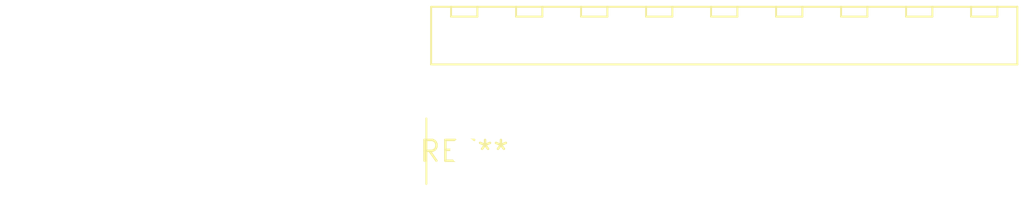
<source format=kicad_pcb>
(kicad_pcb (version 20240108) (generator pcbnew)
  (layers (0 "F.Cu" signal) (31 "B.Cu" signal) (34 "B.Paste" user) (35 "F.Paste" user) (36 "B.SilkS" user "B.Silkscreen") (37 "F.SilkS" user "F.Silkscreen") (38 "B.Mask" user) (39 "F.Mask" user) (44 "Edge.Cuts" user))
  (net 0 "")
  (footprint "Molex_KK-396_A-41792-0009_1x09_P3.96mm_Horizontal" (layer "F.Cu") (at 0 0)
    (property "Reference" "REF**")
    (property "Value" "Molex_KK-396_A-41792-0009_1x09_P3.96mm_Horizontal")
    (fp_line (start -2.305 -2) (end -2.305 2) (layer "F.SilkS") (stroke (width 0.12)))
    (fp_line (start -2.015 -8.82) (end 33.695 -8.82) (layer "F.SilkS") (stroke (width 0.12)))
    (fp_line (start -2.015 -5.3) (end -2.015 -8.82) (layer "F.SilkS") (stroke (width 0.12)))
    (fp_line (start -0.8 -8.82) (end -0.8 -8.22) (layer "F.SilkS") (stroke (width 0.12)))
    (fp_line (start -0.8 -8.22) (end 0.8 -8.22) (layer "F.SilkS") (stroke (width 0.12)))
    (fp_line (start 0.8 -8.22) (end 0.8 -8.82) (layer "F.SilkS") (stroke (width 0.12)))
    (fp_line (start 3.16 -8.82) (end 3.16 -8.22) (layer "F.SilkS") (stroke (width 0.12)))
    (fp_line (start 3.16 -8.22) (end 4.76 -8.22) (layer "F.SilkS") (stroke (width 0.12)))
    (fp_line (start 4.76 -8.22) (end 4.76 -8.82) (layer "F.SilkS") (stroke (width 0.12)))
    (fp_line (start 7.12 -8.82) (end 7.12 -8.22) (layer "F.SilkS") (stroke (width 0.12)))
    (fp_line (start 7.12 -8.22) (end 8.72 -8.22) (layer "F.SilkS") (stroke (width 0.12)))
    (fp_line (start 8.72 -8.22) (end 8.72 -8.82) (layer "F.SilkS") (stroke (width 0.12)))
    (fp_line (start 11.08 -8.82) (end 11.08 -8.22) (layer "F.SilkS") (stroke (width 0.12)))
    (fp_line (start 11.08 -8.22) (end 12.68 -8.22) (layer "F.SilkS") (stroke (width 0.12)))
    (fp_line (start 12.68 -8.22) (end 12.68 -8.82) (layer "F.SilkS") (stroke (width 0.12)))
    (fp_line (start 15.04 -8.82) (end 15.04 -8.22) (layer "F.SilkS") (stroke (width 0.12)))
    (fp_line (start 15.04 -8.22) (end 16.64 -8.22) (layer "F.SilkS") (stroke (width 0.12)))
    (fp_line (start 16.64 -8.22) (end 16.64 -8.82) (layer "F.SilkS") (stroke (width 0.12)))
    (fp_line (start 19 -8.82) (end 19 -8.22) (layer "F.SilkS") (stroke (width 0.12)))
    (fp_line (start 19 -8.22) (end 20.6 -8.22) (layer "F.SilkS") (stroke (width 0.12)))
    (fp_line (start 20.6 -8.22) (end 20.6 -8.82) (layer "F.SilkS") (stroke (width 0.12)))
    (fp_line (start 22.96 -8.82) (end 22.96 -8.22) (layer "F.SilkS") (stroke (width 0.12)))
    (fp_line (start 22.96 -8.22) (end 24.56 -8.22) (layer "F.SilkS") (stroke (width 0.12)))
    (fp_line (start 24.56 -8.22) (end 24.56 -8.82) (layer "F.SilkS") (stroke (width 0.12)))
    (fp_line (start 26.92 -8.82) (end 26.92 -8.22) (layer "F.SilkS") (stroke (width 0.12)))
    (fp_line (start 26.92 -8.22) (end 28.52 -8.22) (layer "F.SilkS") (stroke (width 0.12)))
    (fp_line (start 28.52 -8.22) (end 28.52 -8.82) (layer "F.SilkS") (stroke (width 0.12)))
    (fp_line (start 30.88 -8.82) (end 30.88 -8.22) (layer "F.SilkS") (stroke (width 0.12)))
    (fp_line (start 30.88 -8.22) (end 32.48 -8.22) (layer "F.SilkS") (stroke (width 0.12)))
    (fp_line (start 32.48 -8.22) (end 32.48 -8.82) (layer "F.SilkS") (stroke (width 0.12)))
    (fp_line (start 33.695 -8.82) (end 33.695 -5.3) (layer "F.SilkS") (stroke (width 0.12)))
    (fp_line (start 33.695 -5.3) (end -2.015 -5.3) (layer "F.SilkS") (stroke (width 0.12)))
    (pad "1" thru_hole roundrect (at 0 0) (size 3.16 4.1) (drill 1.7) (layers *.Cu *.Mask) (remove_unused_layers) (roundrect_rratio 0.079114))
    (pad "2" thru_hole oval (at 3.96 0) (size 3.16 4.1) (drill 1.7) (layers *.Cu *.Mask) (remove_unused_layers))
    (pad "3" thru_hole oval (at 7.92 0) (size 3.16 4.1) (drill 1.7) (layers *.Cu *.Mask) (remove_unused_layers))
    (pad "4" thru_hole oval (at 11.88 0) (size 3.16 4.1) (drill 1.7) (layers *.Cu *.Mask) (remove_unused_layers))
    (pad "5" thru_hole oval (at 15.84 0) (size 3.16 4.1) (drill 1.7) (layers *.Cu *.Mask) (remove_unused_layers))
    (pad "6" thru_hole oval (at 19.8 0) (size 3.16 4.1) (drill 1.7) (layers *.Cu *.Mask) (remove_unused_layers))
    (pad "7" thru_hole oval (at 23.76 0) (size 3.16 4.1) (drill 1.7) (layers *.Cu *.Mask) (remove_unused_layers))
    (pad "8" thru_hole oval (at 27.72 0) (size 3.16 4.1) (drill 1.7) (layers *.Cu *.Mask) (remove_unused_layers))
    (pad "9" thru_hole oval (at 31.68 0) (size 3.16 4.1) (drill 1.7) (layers *.Cu *.Mask) (remove_unused_layers))
  )
)
</source>
